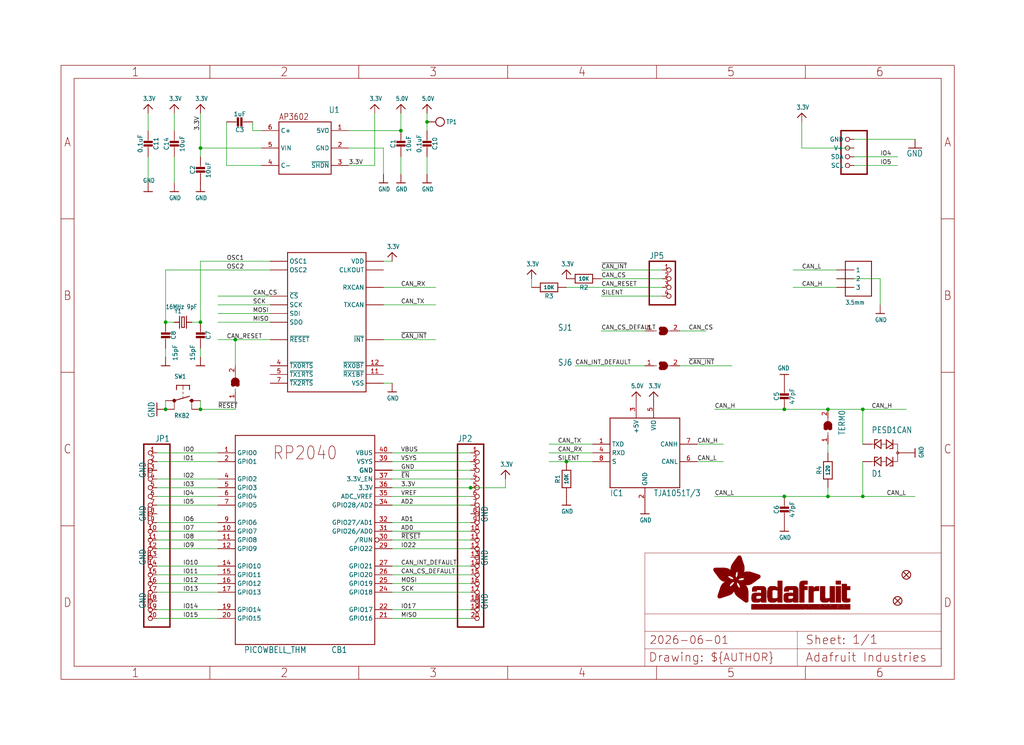
<source format=kicad_sch>
(kicad_sch (version 20230121) (generator eeschema)
  (paper "User" 298.45 217.322)
  (lib_symbols
    (symbol "working-eagle-import:3.3V" (power)
      (property "Value" "3.3V" (at -1.524 1.016 0))
      (symbol "3.3V_1_0"
        (pin power_in line (at 0 -2.54 90) (length 2.54) (name "3.3V") (number "1"))
      )
    )
    (symbol "working-eagle-import:5.0V" (power)
      (property "Value" "5.0V" (at -1.524 1.016 0))
      (symbol "5.0V_1_0"
        (pin power_in line (at 0 -2.54 90) (length 2.54) (name "5.0V") (number "1"))
      )
    )
    (symbol "working-eagle-import:AP3602"
      (property "Reference" "IC" (at -7.62 -10.16 0))
      (symbol "AP3602_1_0"
        (text "AP3602" (at 7.62 10.16 0) (effects (font (size 1.778 1.5113)) (justify right top)))
        (pin power_in line (at -12.7 5.08 0) (length 5.08) (name "5VO") (number "1"))
        (pin power_in line (at -12.7 0 0) (length 5.08) (name "GND") (number "2"))
        (pin input line (at -12.7 -5.08 0) (length 5.08) (name "~{SHDN}") (number "3"))
        (pin bidirectional line (at 12.7 -5.08 180) (length 5.08) (name "C-") (number "4"))
        (pin power_in line (at 12.7 0 180) (length 5.08) (name "VIN") (number "5"))
        (pin bidirectional line (at 12.7 5.08 180) (length 5.08) (name "C+") (number "6"))
      )
    )
    (symbol "working-eagle-import:CAN_TRANSCIEVER_TCAN1051V"
      (property "Reference" "IC" (at -10.16 -12.7 0))
      (symbol "CAN_TRANSCIEVER_TCAN1051V_1_0"
        (pin input line (at -15.24 2.54 0) (length 5.08) (name "TXD") (number "1"))
        (pin power_in line (at 0 -15.24 90) (length 5.08) (name "GND") (number "2"))
        (pin power_in line (at -2.54 15.24 270) (length 5.08) (name "+5V") (number "3"))
        (pin output line (at -15.24 0 0) (length 5.08) (name "RXD") (number "4"))
        (pin power_in line (at 2.54 15.24 270) (length 5.08) (name "VIO") (number "5"))
        (pin bidirectional line (at 15.24 -2.54 180) (length 5.08) (name "CANL") (number "6"))
        (pin bidirectional line (at 15.24 2.54 180) (length 5.08) (name "CANH") (number "7"))
        (pin input line (at -15.24 -2.54 0) (length 5.08) (name "S") (number "8"))
      )
    )
    (symbol "working-eagle-import:CAP_CERAMIC0603_NO"
      (property "Reference" "C" (at -2.29 1.25 90))
      (symbol "CAP_CERAMIC0603_NO_1_0"
        (pin passive line (at 0 5.08 270) (length 2.54) (name "1") (number "1"))
        (pin passive line (at 0 -2.54 90) (length 2.54) (name "2") (number "2"))
      )
    )
    (symbol "working-eagle-import:CAP_CERAMIC0805-NOOUTLINE"
      (property "Reference" "C" (at -2.29 1.25 90))
      (symbol "CAP_CERAMIC0805-NOOUTLINE_1_0"
        (pin passive line (at 0 5.08 270) (length 2.54) (name "1") (number "1"))
        (pin passive line (at 0 -2.54 90) (length 2.54) (name "2") (number "2"))
      )
    )
    (symbol "working-eagle-import:CRYSTAL3.2X2.5"
      (property "Reference" "Y" (at -2.54 2.54 0))
      (symbol "CRYSTAL3.2X2.5_1_0"
        (pin passive line (at -2.54 0 0) (length 0) (name "1") (number "1"))
        (pin passive line (at 2.54 0 180) (length 0) (name "2") (number "2"))
      )
    )
    (symbol "working-eagle-import:FIDUCIAL_1MM")
    (symbol "working-eagle-import:FRAME_A4_ADAFRUIT"
      (symbol "FRAME_A4_ADAFRUIT_1_0"
        (text "${#}/${##}" (at 230.505 10.16 0) (effects (font (size 2.54 2.54)) (justify left bottom)))
        (text "${AUTHOR}" (at 189.23 5.08 0) (effects (font (size 2.286 2.286)) (justify left bottom)))
        (text "${CURRENT_DATE}" (at 171.45 10.16 0) (effects (font (size 2.286 2.286)) (justify left bottom)))
        (text "${PROJECTNAME}" (at 171.45 15.24 0) (effects (font (size 2.54 2.54)) (justify left bottom)))
        (text "1" (at 21.6958 1.905 0) (effects (font (size 2.54 2.286))))
        (text "1" (at 21.6958 177.165 0) (effects (font (size 2.54 2.286))))
        (text "2" (at 65.0875 1.905 0) (effects (font (size 2.54 2.286))))
        (text "2" (at 65.0875 177.165 0) (effects (font (size 2.54 2.286))))
        (text "3" (at 108.4792 1.905 0) (effects (font (size 2.54 2.286))))
        (text "3" (at 108.4792 177.165 0) (effects (font (size 2.54 2.286))))
        (text "4" (at 151.8708 1.905 0) (effects (font (size 2.54 2.286))))
        (text "4" (at 151.8708 177.165 0) (effects (font (size 2.54 2.286))))
        (text "5" (at 195.2625 1.905 0) (effects (font (size 2.54 2.286))))
        (text "5" (at 195.2625 177.165 0) (effects (font (size 2.54 2.286))))
        (text "6" (at 238.6542 1.905 0) (effects (font (size 2.54 2.286))))
        (text "6" (at 238.6542 177.165 0) (effects (font (size 2.54 2.286))))
        (text "A" (at 1.905 156.6863 0) (effects (font (size 2.54 2.286))))
        (text "A" (at 258.445 156.6863 0) (effects (font (size 2.54 2.286))))
        (text "Adafruit Industries" (at 216.916 4.953 0) (effects (font (size 2.54 2.54)) (justify left bottom)))
        (text "B" (at 1.905 111.9188 0) (effects (font (size 2.54 2.286))))
        (text "B" (at 258.445 111.9188 0) (effects (font (size 2.54 2.286))))
        (text "C" (at 1.905 67.1513 0) (effects (font (size 2.54 2.286))))
        (text "C" (at 258.445 67.1513 0) (effects (font (size 2.54 2.286))))
        (text "D" (at 1.905 22.3838 0) (effects (font (size 2.54 2.286))))
        (text "D" (at 258.445 22.3838 0) (effects (font (size 2.54 2.286))))
        (text "Drawing:" (at 171.196 4.953 0) (effects (font (size 2.54 2.54)) (justify left bottom)))
        (text "Sheet:" (at 216.916 10.033 0) (effects (font (size 2.54 2.54)) (justify left bottom)))
      )
    )
    (symbol "working-eagle-import:GND" (power)
      (property "Value" "GND" (at -1.524 -2.54 0))
      (symbol "GND_1_0"
        (pin power_in line (at 0 2.54 270) (length 2.54) (name "GND") (number "1"))
      )
    )
    (symbol "working-eagle-import:HEADER-1X20_70MIL"
      (property "Reference" "JP" (at -6.35 26.035 0))
      (symbol "HEADER-1X20_70MIL_1_0"
        (pin passive inverted (at -2.54 22.86 0) (length 2.54) (name "1") (number "1"))
        (pin passive inverted (at -2.54 0 0) (length 2.54) (name "10") (number "10"))
        (pin passive inverted (at -2.54 -2.54 0) (length 2.54) (name "11") (number "11"))
        (pin passive inverted (at -2.54 -5.08 0) (length 2.54) (name "12") (number "12"))
        (pin passive inverted (at -2.54 -7.62 0) (length 2.54) (name "13") (number "13"))
        (pin passive inverted (at -2.54 -10.16 0) (length 2.54) (name "14") (number "14"))
        (pin passive inverted (at -2.54 -12.7 0) (length 2.54) (name "15") (number "15"))
        (pin passive inverted (at -2.54 -15.24 0) (length 2.54) (name "16") (number "16"))
        (pin passive inverted (at -2.54 -17.78 0) (length 2.54) (name "17") (number "17"))
        (pin passive inverted (at -2.54 -20.32 0) (length 2.54) (name "18") (number "18"))
        (pin passive inverted (at -2.54 -22.86 0) (length 2.54) (name "19") (number "19"))
        (pin passive inverted (at -2.54 20.32 0) (length 2.54) (name "2") (number "2"))
        (pin passive inverted (at -2.54 -25.4 0) (length 2.54) (name "20") (number "20"))
        (pin passive inverted (at -2.54 17.78 0) (length 2.54) (name "3") (number "3"))
        (pin passive inverted (at -2.54 15.24 0) (length 2.54) (name "4") (number "4"))
        (pin passive inverted (at -2.54 12.7 0) (length 2.54) (name "5") (number "5"))
        (pin passive inverted (at -2.54 10.16 0) (length 2.54) (name "6") (number "6"))
        (pin passive inverted (at -2.54 7.62 0) (length 2.54) (name "7") (number "7"))
        (pin passive inverted (at -2.54 5.08 0) (length 2.54) (name "8") (number "8"))
        (pin passive inverted (at -2.54 2.54 0) (length 2.54) (name "9") (number "9"))
      )
    )
    (symbol "working-eagle-import:HEADER-1X4ROUND"
      (property "Reference" "JP" (at -6.35 8.255 0))
      (symbol "HEADER-1X4ROUND_1_0"
        (pin passive inverted (at -2.54 5.08 0) (length 2.54) (name "1") (number "1"))
        (pin passive inverted (at -2.54 2.54 0) (length 2.54) (name "2") (number "2"))
        (pin passive inverted (at -2.54 0 0) (length 2.54) (name "3") (number "3"))
        (pin passive inverted (at -2.54 -2.54 0) (length 2.54) (name "4") (number "4"))
      )
    )
    (symbol "working-eagle-import:MCP2515/ST"
      (symbol "MCP2515/ST_1_0"
        (pin bidirectional line (at 17.78 5.08 180) (length 5.08) (name "TXCAN") (number "1"))
        (pin power_in line (at 17.78 -17.78 180) (length 5.08) (name "VSS") (number "10"))
        (pin bidirectional line (at 17.78 -15.24 180) (length 5.08) (name "~{RX1BF}") (number "11"))
        (pin bidirectional line (at 17.78 -12.7 180) (length 5.08) (name "~{RX0BF}") (number "12"))
        (pin bidirectional line (at 17.78 -5.08 180) (length 5.08) (name "~{INT}") (number "13"))
        (pin input line (at -15.24 5.08 0) (length 5.08) (name "SCK") (number "14"))
        (pin input line (at -15.24 2.54 0) (length 5.08) (name "SDI") (number "16"))
        (pin output line (at -15.24 0 0) (length 5.08) (name "SDO") (number "17"))
        (pin input line (at -15.24 7.62 0) (length 5.08) (name "~{CS}") (number "18"))
        (pin input line (at -15.24 -5.08 0) (length 5.08) (name "~{RESET}") (number "19"))
        (pin bidirectional line (at 17.78 10.16 180) (length 5.08) (name "RXCAN") (number "2"))
        (pin power_in line (at 17.78 17.78 180) (length 5.08) (name "VDD") (number "20"))
        (pin output line (at 17.78 15.24 180) (length 5.08) (name "CLKOUT") (number "3"))
        (pin bidirectional line (at -15.24 -12.7 0) (length 5.08) (name "~{TX0RTS}") (number "4"))
        (pin bidirectional line (at -15.24 -15.24 0) (length 5.08) (name "~{TX1RTS}") (number "5"))
        (pin bidirectional line (at -15.24 -17.78 0) (length 5.08) (name "~{TX2RTS}") (number "7"))
        (pin bidirectional line (at -15.24 15.24 0) (length 5.08) (name "OSC2") (number "8"))
        (pin bidirectional line (at -15.24 17.78 0) (length 5.08) (name "OSC1") (number "9"))
      )
    )
    (symbol "working-eagle-import:PESD1CAN"
      (property "Reference" "D" (at -5.08 5.08 0))
      (symbol "PESD1CAN_1_0"
        (pin passive line (at -7.62 2.54 0) (length 2.54) (name "1") (number "1"))
        (pin passive line (at -7.62 -2.54 0) (length 2.54) (name "2") (number "2"))
        (pin passive line (at 5.08 0 180) (length 2.54) (name "3") (number "3"))
      )
    )
    (symbol "working-eagle-import:PICOWBELL_THM"
      (property "Reference" "CB" (at 7.62 -33.02 0))
      (symbol "PICOWBELL_THM_1_0"
        (text "RP2040" (at 0 25.4 0) (effects (font (size 3.81 3.2385))))
        (pin bidirectional line (at -25.4 25.4 0) (length 5.08) (name "GPIO0") (number "1"))
        (pin bidirectional line (at -25.4 2.54 0) (length 5.08) (name "GPIO7") (number "10"))
        (pin bidirectional line (at -25.4 0 0) (length 5.08) (name "GPIO8") (number "11"))
        (pin bidirectional line (at -25.4 -2.54 0) (length 5.08) (name "GPIO9") (number "12"))
        (pin power_in line (at 25.4 20.32 180) (length 5.08) (name "GND") (number "13"))
        (pin bidirectional line (at -25.4 -7.62 0) (length 5.08) (name "GPIO10") (number "14"))
        (pin bidirectional line (at -25.4 -10.16 0) (length 5.08) (name "GPIO11") (number "15"))
        (pin bidirectional line (at -25.4 -12.7 0) (length 5.08) (name "GPIO12") (number "16"))
        (pin bidirectional line (at -25.4 -15.24 0) (length 5.08) (name "GPIO13") (number "17"))
        (pin power_in line (at 25.4 20.32 180) (length 5.08) (name "GND") (number "18"))
        (pin bidirectional line (at -25.4 -20.32 0) (length 5.08) (name "GPIO14") (number "19"))
        (pin bidirectional line (at -25.4 22.86 0) (length 5.08) (name "GPIO1") (number "2"))
        (pin bidirectional line (at -25.4 -22.86 0) (length 5.08) (name "GPIO15") (number "20"))
        (pin bidirectional line (at 25.4 -22.86 180) (length 5.08) (name "GPIO16") (number "21"))
        (pin bidirectional line (at 25.4 -20.32 180) (length 5.08) (name "GPIO17") (number "22"))
        (pin power_in line (at 25.4 20.32 180) (length 5.08) (name "GND") (number "23"))
        (pin bidirectional line (at 25.4 -15.24 180) (length 5.08) (name "GPIO18") (number "24"))
        (pin bidirectional line (at 25.4 -12.7 180) (length 5.08) (name "GPIO19") (number "25"))
        (pin bidirectional line (at 25.4 -10.16 180) (length 5.08) (name "GPIO20") (number "26"))
        (pin bidirectional line (at 25.4 -7.62 180) (length 5.08) (name "GPIO21") (number "27"))
        (pin power_in line (at 25.4 20.32 180) (length 5.08) (name "GND") (number "28"))
        (pin bidirectional line (at 25.4 -2.54 180) (length 5.08) (name "GPIO22") (number "29"))
        (pin power_in line (at 25.4 20.32 180) (length 5.08) (name "GND") (number "3"))
        (pin bidirectional inverted (at 25.4 0 180) (length 5.08) (name "/RUN") (number "30"))
        (pin bidirectional line (at 25.4 2.54 180) (length 5.08) (name "GPIO26/AD0") (number "31"))
        (pin bidirectional line (at 25.4 5.08 180) (length 5.08) (name "GPIO27/AD1") (number "32"))
        (pin power_in line (at 25.4 20.32 180) (length 5.08) (name "GND") (number "33"))
        (pin bidirectional line (at 25.4 10.16 180) (length 5.08) (name "GPIO28/AD2") (number "34"))
        (pin passive line (at 25.4 12.7 180) (length 5.08) (name "ADC_VREF") (number "35"))
        (pin power_in line (at 25.4 15.24 180) (length 5.08) (name "3.3V") (number "36"))
        (pin passive line (at 25.4 17.78 180) (length 5.08) (name "3.3V_EN") (number "37"))
        (pin power_in line (at 25.4 20.32 180) (length 5.08) (name "GND") (number "38"))
        (pin power_in line (at 25.4 22.86 180) (length 5.08) (name "VSYS") (number "39"))
        (pin bidirectional line (at -25.4 17.78 0) (length 5.08) (name "GPIO2") (number "4"))
        (pin power_in line (at 25.4 25.4 180) (length 5.08) (name "VBUS") (number "40"))
        (pin bidirectional line (at -25.4 15.24 0) (length 5.08) (name "GPIO3") (number "5"))
        (pin bidirectional line (at -25.4 12.7 0) (length 5.08) (name "GPIO4") (number "6"))
        (pin bidirectional line (at -25.4 10.16 0) (length 5.08) (name "GPIO5") (number "7"))
        (pin power_in line (at 25.4 20.32 180) (length 5.08) (name "GND") (number "8"))
        (pin bidirectional line (at -25.4 5.08 0) (length 5.08) (name "GPIO6") (number "9"))
      )
    )
    (symbol "working-eagle-import:RESISTOR_0603_NOOUT"
      (property "Reference" "R" (at 0 2.54 0))
      (symbol "RESISTOR_0603_NOOUT_1_0"
        (pin passive line (at -5.08 0 0) (length 2.54) (name "1") (number "1"))
        (pin passive line (at 5.08 0 180) (length 2.54) (name "2") (number "2"))
      )
    )
    (symbol "working-eagle-import:SOLDERJUMPER_CLOSED"
      (property "Reference" "SJ" (at -2.54 2.54 0))
      (symbol "SOLDERJUMPER_CLOSED_1_0"
        (pin passive line (at -5.08 0 0) (length 2.54) (name "1") (number "1"))
        (pin passive line (at 5.08 0 180) (length 2.54) (name "2") (number "2"))
      )
    )
    (symbol "working-eagle-import:STEMMA_I2C_QT"
      (symbol "STEMMA_I2C_QT_1_0"
        (pin passive inverted (at 0 5.08 0) (length 2.54) (name "GND") (number "1"))
        (pin passive inverted (at 0 2.54 0) (length 2.54) (name "V+") (number "2"))
        (pin passive inverted (at 0 0 0) (length 2.54) (name "SDA") (number "3"))
        (pin passive inverted (at 0 -2.54 0) (length 2.54) (name "SCL") (number "4"))
      )
      (symbol "STEMMA_I2C_QT_2_0"
        (pin bidirectional line (at 0 0 0) (length 5.08) (name "MT") (number "MT1"))
      )
      (symbol "STEMMA_I2C_QT_3_0"
        (pin bidirectional line (at 0 0 0) (length 5.08) (name "MT") (number "MT2"))
      )
    )
    (symbol "working-eagle-import:SWITCH_TACT_SMT_RKB2"
      (property "Reference" "SW" (at -2.54 6.35 0))
      (symbol "SWITCH_TACT_SMT_RKB2_1_0"
        (pin passive line (at -5.08 0 0) (length 2.54) (name "P") (number "A"))
        (pin passive line (at -5.08 -2.54 0) (length 2.54) (name "P1") (number "A'"))
        (pin passive line (at 5.08 0 180) (length 2.54) (name "S") (number "B"))
        (pin passive line (at 5.08 -2.54 180) (length 2.54) (name "S1") (number "B'"))
      )
    )
    (symbol "working-eagle-import:TERMBLOCK_1X3"
      (property "Reference" "X" (at -2.54 7.62 0))
      (symbol "TERMBLOCK_1X3_1_0"
        (pin passive line (at -5.08 2.54 0) (length 5.08) (name "1") (number "1"))
        (pin passive line (at -5.08 0 0) (length 5.08) (name "2") (number "2"))
        (pin passive line (at -5.08 -2.54 0) (length 5.08) (name "3") (number "3"))
      )
    )
    (symbol "working-eagle-import:TESTPOINTROUND1.5MM"
      (property "Reference" "TP" (at 0 5.588 90))
      (symbol "TESTPOINTROUND1.5MM_1_0"
        (pin bidirectional line (at 0 0 90) (length 2.54) (name "P$1") (number "P$1"))
      )
    )
    (symbol "working-eagle-import:adafruit_power_3.3V" (power)
      (property "Value" "adafruit_power_3.3V" (at -1.524 1.016 0))
      (symbol "adafruit_power_3.3V_1_0"
        (pin power_in line (at 0 -2.54 90) (length 2.54) (name "3.3V") (number "1"))
      )
    )
    (symbol "working-eagle-import:supply1_GND" (power)
      (property "Value" "supply1_GND" (at -2.54 -2.54 0))
      (symbol "supply1_GND_1_0"
        (pin power_in line (at 0 2.54 270) (length 2.54) (name "GND") (number "1"))
      )
    )
  )
  (junction (at 116.84 38.1))
  (junction (at 68.58 99.06))
  (junction (at 228.6 119.38))
  (junction (at 251.46 119.38))
  (junction (at 137.16 142.24))
  (junction (at 241.3 119.38))
  (junction (at 58.42 119.38))
  (junction (at 124.46 35.56))
  (junction (at 48.26 93.98))
  (junction (at 165.1 134.62))
  (junction (at 228.6 144.78))
  (junction (at 58.42 43.18))
  (junction (at 58.42 93.98))
  (junction (at 241.3 144.78))
  (junction (at 251.46 144.78))
  (junction (at 48.26 119.38))
  (wire (pts (xy 45.72 142.24) (xy 63.5 142.24)) (stroke (width 0.1524)))
  (wire (pts (xy 48.26 78.74) (xy 48.26 93.98)) (stroke (width 0.1524)))
  (wire (pts (xy 48.26 101.6) (xy 48.26 104.14)) (stroke (width 0.1524)))
  (wire (pts (xy 111.76 43.18) (xy 101.6 43.18)) (stroke (width 0.1524)))
  (wire (pts (xy 154.94 81.28) (xy 154.94 83.82)) (stroke (width 0.1524)))
  (wire (pts (xy 243.84 81.28) (xy 256.54 81.28)) (stroke (width 0.1524)))
  (wire (pts (xy 78.74 99.06) (xy 68.58 99.06)) (stroke (width 0.1524)))
  (wire (pts (xy 68.58 119.38) (xy 68.58 116.84)) (stroke (width 0.1524)))
  (wire (pts (xy 101.6 48.26) (xy 109.22 48.26)) (stroke (width 0.1524)))
  (wire (pts (xy 193.04 83.82) (xy 165.1 83.82)) (stroke (width 0.1524)))
  (wire (pts (xy 213.36 106.68) (xy 198.12 106.68)) (stroke (width 0.1524)))
  (wire (pts (xy 73.66 35.56) (xy 73.66 38.1)) (stroke (width 0.1524)))
  (wire (pts (xy 58.42 93.98) (xy 55.88 93.98)) (stroke (width 0.1524)))
  (wire (pts (xy 45.72 165.1) (xy 63.5 165.1)) (stroke (width 0.1524)))
  (wire (pts (xy 203.2 129.54) (xy 210.82 129.54)) (stroke (width 0.1524)))
  (wire (pts (xy 248.92 40.64) (xy 266.7 40.64)) (stroke (width 0.1524)))
  (wire (pts (xy 198.12 96.52) (xy 205.74 96.52)) (stroke (width 0.1524)))
  (wire (pts (xy 78.74 76.2) (xy 58.42 76.2)) (stroke (width 0.1524)))
  (wire (pts (xy 137.16 147.32) (xy 114.3 147.32)) (stroke (width 0.1524)))
  (wire (pts (xy 137.16 137.16) (xy 114.3 137.16)) (stroke (width 0.1524)))
  (wire (pts (xy 101.6 38.1) (xy 116.84 38.1)) (stroke (width 0.1524)))
  (wire (pts (xy 114.3 76.2) (xy 111.76 76.2)) (stroke (width 0.1524)))
  (wire (pts (xy 109.22 33.02) (xy 109.22 48.26)) (stroke (width 0.1524)))
  (wire (pts (xy 251.46 119.38) (xy 264.16 119.38)) (stroke (width 0.1524)))
  (wire (pts (xy 172.72 132.08) (xy 160.02 132.08)) (stroke (width 0.1524)))
  (wire (pts (xy 248.92 43.18) (xy 233.68 43.18)) (stroke (width 0.1524)))
  (wire (pts (xy 251.46 129.54) (xy 251.46 119.38)) (stroke (width 0.1524)))
  (wire (pts (xy 45.72 139.7) (xy 63.5 139.7)) (stroke (width 0.1524)))
  (wire (pts (xy 45.72 160.02) (xy 63.5 160.02)) (stroke (width 0.1524)))
  (wire (pts (xy 137.16 132.08) (xy 114.3 132.08)) (stroke (width 0.1524)))
  (wire (pts (xy 45.72 180.34) (xy 63.5 180.34)) (stroke (width 0.1524)))
  (wire (pts (xy 48.26 93.98) (xy 50.8 93.98)) (stroke (width 0.1524)))
  (wire (pts (xy 124.46 35.56) (xy 124.46 33.02)) (stroke (width 0.1524)))
  (wire (pts (xy 45.72 152.4) (xy 63.5 152.4)) (stroke (width 0.1524)))
  (wire (pts (xy 45.72 154.94) (xy 63.5 154.94)) (stroke (width 0.1524)))
  (wire (pts (xy 73.66 38.1) (xy 76.2 38.1)) (stroke (width 0.1524)))
  (wire (pts (xy 50.8 45.72) (xy 50.8 53.34)) (stroke (width 0.1524)))
  (wire (pts (xy 256.54 81.28) (xy 256.54 88.9)) (stroke (width 0.1524)))
  (wire (pts (xy 243.84 78.74) (xy 231.14 78.74)) (stroke (width 0.1524)))
  (wire (pts (xy 43.18 53.34) (xy 43.18 45.72)) (stroke (width 0.1524)))
  (wire (pts (xy 48.26 119.38) (xy 48.26 116.84)) (stroke (width 0.1524)))
  (wire (pts (xy 127 99.06) (xy 111.76 99.06)) (stroke (width 0.1524)))
  (wire (pts (xy 50.8 33.02) (xy 50.8 38.1)) (stroke (width 0.1524)))
  (wire (pts (xy 111.76 50.8) (xy 111.76 43.18)) (stroke (width 0.1524)))
  (wire (pts (xy 63.5 91.44) (xy 78.74 91.44)) (stroke (width 0.1524)))
  (wire (pts (xy 124.46 38.1) (xy 124.46 35.56)) (stroke (width 0.1524)))
  (wire (pts (xy 193.04 86.36) (xy 175.26 86.36)) (stroke (width 0.1524)))
  (wire (pts (xy 187.96 106.68) (xy 167.64 106.68)) (stroke (width 0.1524)))
  (wire (pts (xy 137.16 139.7) (xy 114.3 139.7)) (stroke (width 0.1524)))
  (wire (pts (xy 45.72 167.64) (xy 63.5 167.64)) (stroke (width 0.1524)))
  (wire (pts (xy 137.16 142.24) (xy 114.3 142.24)) (stroke (width 0.1524)))
  (wire (pts (xy 63.5 88.9) (xy 78.74 88.9)) (stroke (width 0.1524)))
  (wire (pts (xy 58.42 119.38) (xy 68.58 119.38)) (stroke (width 0.1524)))
  (wire (pts (xy 45.72 170.18) (xy 63.5 170.18)) (stroke (width 0.1524)))
  (wire (pts (xy 228.6 119.38) (xy 241.3 119.38)) (stroke (width 0.1524)))
  (wire (pts (xy 137.16 152.4) (xy 114.3 152.4)) (stroke (width 0.1524)))
  (wire (pts (xy 63.5 86.36) (xy 78.74 86.36)) (stroke (width 0.1524)))
  (wire (pts (xy 165.1 134.62) (xy 160.02 134.62)) (stroke (width 0.1524)))
  (wire (pts (xy 58.42 43.18) (xy 58.42 33.02)) (stroke (width 0.1524)))
  (wire (pts (xy 137.16 142.24) (xy 147.32 142.24)) (stroke (width 0.1524)))
  (wire (pts (xy 248.92 45.72) (xy 261.62 45.72)) (stroke (width 0.1524)))
  (wire (pts (xy 124.46 50.8) (xy 124.46 45.72)) (stroke (width 0.1524)))
  (wire (pts (xy 137.16 134.62) (xy 114.3 134.62)) (stroke (width 0.1524)))
  (wire (pts (xy 68.58 99.06) (xy 63.5 99.06)) (stroke (width 0.1524)))
  (wire (pts (xy 127 88.9) (xy 111.76 88.9)) (stroke (width 0.1524)))
  (wire (pts (xy 243.84 83.82) (xy 231.14 83.82)) (stroke (width 0.1524)))
  (wire (pts (xy 241.3 129.54) (xy 241.3 132.08)) (stroke (width 0.1524)))
  (wire (pts (xy 137.16 165.1) (xy 114.3 165.1)) (stroke (width 0.1524)))
  (wire (pts (xy 63.5 93.98) (xy 78.74 93.98)) (stroke (width 0.1524)))
  (wire (pts (xy 137.16 167.64) (xy 114.3 167.64)) (stroke (width 0.1524)))
  (wire (pts (xy 137.16 160.02) (xy 114.3 160.02)) (stroke (width 0.1524)))
  (wire (pts (xy 233.68 43.18) (xy 233.68 35.56)) (stroke (width 0.1524)))
  (wire (pts (xy 137.16 157.48) (xy 114.3 157.48)) (stroke (width 0.1524)))
  (wire (pts (xy 66.04 48.26) (xy 66.04 35.56)) (stroke (width 0.1524)))
  (wire (pts (xy 45.72 172.72) (xy 63.5 172.72)) (stroke (width 0.1524)))
  (wire (pts (xy 45.72 144.78) (xy 63.5 144.78)) (stroke (width 0.1524)))
  (wire (pts (xy 172.72 129.54) (xy 160.02 129.54)) (stroke (width 0.1524)))
  (wire (pts (xy 137.16 172.72) (xy 114.3 172.72)) (stroke (width 0.1524)))
  (wire (pts (xy 172.72 134.62) (xy 165.1 134.62)) (stroke (width 0.1524)))
  (wire (pts (xy 45.72 132.08) (xy 63.5 132.08)) (stroke (width 0.1524)))
  (wire (pts (xy 137.16 180.34) (xy 114.3 180.34)) (stroke (width 0.1524)))
  (wire (pts (xy 127 83.82) (xy 111.76 83.82)) (stroke (width 0.1524)))
  (wire (pts (xy 76.2 48.26) (xy 66.04 48.26)) (stroke (width 0.1524)))
  (wire (pts (xy 68.58 106.68) (xy 68.58 99.06)) (stroke (width 0.1524)))
  (wire (pts (xy 208.28 144.78) (xy 228.6 144.78)) (stroke (width 0.1524)))
  (wire (pts (xy 45.72 134.62) (xy 63.5 134.62)) (stroke (width 0.1524)))
  (wire (pts (xy 251.46 144.78) (xy 266.7 144.78)) (stroke (width 0.1524)))
  (wire (pts (xy 137.16 154.94) (xy 114.3 154.94)) (stroke (width 0.1524)))
  (wire (pts (xy 203.2 134.62) (xy 210.82 134.62)) (stroke (width 0.1524)))
  (wire (pts (xy 175.26 78.74) (xy 193.04 78.74)) (stroke (width 0.1524)))
  (wire (pts (xy 116.84 45.72) (xy 116.84 50.8)) (stroke (width 0.1524)))
  (wire (pts (xy 45.72 177.8) (xy 63.5 177.8)) (stroke (width 0.1524)))
  (wire (pts (xy 58.42 101.6) (xy 58.42 104.14)) (stroke (width 0.1524)))
  (wire (pts (xy 43.18 38.1) (xy 43.18 33.02)) (stroke (width 0.1524)))
  (wire (pts (xy 251.46 134.62) (xy 251.46 144.78)) (stroke (width 0.1524)))
  (wire (pts (xy 241.3 144.78) (xy 251.46 144.78)) (stroke (width 0.1524)))
  (wire (pts (xy 137.16 170.18) (xy 114.3 170.18)) (stroke (width 0.1524)))
  (wire (pts (xy 45.72 147.32) (xy 63.5 147.32)) (stroke (width 0.1524)))
  (wire (pts (xy 45.72 157.48) (xy 63.5 157.48)) (stroke (width 0.1524)))
  (wire (pts (xy 58.42 43.18) (xy 58.42 45.72)) (stroke (width 0.1524)))
  (wire (pts (xy 78.74 78.74) (xy 48.26 78.74)) (stroke (width 0.1524)))
  (wire (pts (xy 241.3 119.38) (xy 251.46 119.38)) (stroke (width 0.1524)))
  (wire (pts (xy 137.16 177.8) (xy 114.3 177.8)) (stroke (width 0.1524)))
  (wire (pts (xy 208.28 119.38) (xy 228.6 119.38)) (stroke (width 0.1524)))
  (wire (pts (xy 58.42 93.98) (xy 58.42 76.2)) (stroke (width 0.1524)))
  (wire (pts (xy 116.84 38.1) (xy 116.84 33.02)) (stroke (width 0.1524)))
  (wire (pts (xy 58.42 116.84) (xy 58.42 119.38)) (stroke (width 0.1524)))
  (wire (pts (xy 114.3 111.76) (xy 111.76 111.76)) (stroke (width 0.1524)))
  (wire (pts (xy 147.32 142.24) (xy 147.32 139.7)) (stroke (width 0.1524)))
  (wire (pts (xy 76.2 43.18) (xy 58.42 43.18)) (stroke (width 0.1524)))
  (wire (pts (xy 248.92 48.26) (xy 261.62 48.26)) (stroke (width 0.1524)))
  (wire (pts (xy 228.6 144.78) (xy 241.3 144.78)) (stroke (width 0.1524)))
  (wire (pts (xy 241.3 144.78) (xy 241.3 142.24)) (stroke (width 0.1524)))
  (wire (pts (xy 137.16 144.78) (xy 114.3 144.78)) (stroke (width 0.1524)))
  (wire (pts (xy 193.04 81.28) (xy 175.26 81.28)) (stroke (width 0.1524)))
  (wire (pts (xy 187.96 96.52) (xy 175.26 96.52)) (stroke (width 0.1524)))
  (label "MOSI" (at 73.66 91.44 0) (effects (font (size 1.2446 1.2446))))
  (label "~{CAN_INT}" (at 175.26 78.74 0) (effects (font (size 1.2446 1.2446))))
  (label "OSC1" (at 66.04 76.2 0) (effects (font (size 1.2446 1.2446))))
  (label "3.3V" (at 101.6 48.26 0) (effects (font (size 1.2446 1.2446))))
  (label "IO4" (at 256.54 45.72 0) (effects (font (size 1.2446 1.2446))))
  (label "CAN_RX" (at 116.84 83.82 0) (effects (font (size 1.2446 1.2446))))
  (label "GND" (at 116.84 137.16 0) (effects (font (size 1.2446 1.2446))))
  (label "IO0" (at 53.34 132.08 0) (effects (font (size 1.2446 1.2446))))
  (label "AD0" (at 116.84 154.94 0) (effects (font (size 1.2446 1.2446))))
  (label "IO2" (at 53.34 139.7 0) (effects (font (size 1.2446 1.2446))))
  (label "CAN_H" (at 233.68 83.82 0) (effects (font (size 1.2446 1.2446))))
  (label "IO3" (at 53.34 142.24 0) (effects (font (size 1.2446 1.2446))))
  (label "SCK" (at 116.84 172.72 0) (effects (font (size 1.2446 1.2446))))
  (label "CAN_TX" (at 162.56 129.54 0) (effects (font (size 1.2446 1.2446))))
  (label "IO1" (at 53.34 134.62 0) (effects (font (size 1.2446 1.2446))))
  (label "CAN_CS" (at 73.66 86.36 0) (effects (font (size 1.2446 1.2446))))
  (label "CAN_INT_DEFAULT" (at 116.84 165.1 0) (effects (font (size 1.2446 1.2446))))
  (label "IO22" (at 116.84 160.02 0) (effects (font (size 1.2446 1.2446))))
  (label "IO14" (at 53.34 177.8 0) (effects (font (size 1.2446 1.2446))))
  (label "CAN_L" (at 208.28 144.78 0) (effects (font (size 1.2446 1.2446))))
  (label "MISO" (at 73.66 93.98 0) (effects (font (size 1.2446 1.2446))))
  (label "CAN_CS" (at 200.66 96.52 0) (effects (font (size 1.2446 1.2446))))
  (label "IO13" (at 53.34 172.72 0) (effects (font (size 1.2446 1.2446))))
  (label "MOSI" (at 116.84 170.18 0) (effects (font (size 1.2446 1.2446))))
  (label "IO8" (at 53.34 157.48 0) (effects (font (size 1.2446 1.2446))))
  (label "IO15" (at 53.34 180.34 0) (effects (font (size 1.2446 1.2446))))
  (label "IO10" (at 53.34 165.1 0) (effects (font (size 1.2446 1.2446))))
  (label "CAN_L" (at 203.2 134.62 0) (effects (font (size 1.2446 1.2446))))
  (label "SILENT" (at 175.26 86.36 0) (effects (font (size 1.2446 1.2446))))
  (label "AD2" (at 116.84 147.32 0) (effects (font (size 1.2446 1.2446))))
  (label "CAN_L" (at 264.16 144.78 180) (effects (font (size 1.2446 1.2446))))
  (label "~{EN}" (at 116.84 139.7 0) (effects (font (size 1.2446 1.2446))))
  (label "CAN_H" (at 203.2 129.54 0) (effects (font (size 1.2446 1.2446))))
  (label "SCK" (at 73.66 88.9 0) (effects (font (size 1.2446 1.2446))))
  (label "IO12" (at 53.34 170.18 0) (effects (font (size 1.2446 1.2446))))
  (label "CAN_CS" (at 175.26 81.28 0) (effects (font (size 1.2446 1.2446))))
  (label "CAN_L" (at 233.68 78.74 0) (effects (font (size 1.2446 1.2446))))
  (label "IO17" (at 116.84 177.8 0) (effects (font (size 1.2446 1.2446))))
  (label "~{CAN_INT}" (at 116.84 99.06 0) (effects (font (size 1.2446 1.2446))))
  (label "MISO" (at 116.84 180.34 0) (effects (font (size 1.2446 1.2446))))
  (label "IO11" (at 53.34 167.64 0) (effects (font (size 1.2446 1.2446))))
  (label "CAN_INT_DEFAULT" (at 167.64 106.68 0) (effects (font (size 1.2446 1.2446))))
  (label "3.3V" (at 116.84 142.24 0) (effects (font (size 1.2446 1.2446))))
  (label "CAN_CS_DEFAULT" (at 175.26 96.52 0) (effects (font (size 1.2446 1.2446))))
  (label "CAN_RESET" (at 66.04 99.06 0) (effects (font (size 1.2446 1.2446))))
  (label "IO9" (at 53.34 160.02 0) (effects (font (size 1.2446 1.2446))))
  (label "IO5" (at 53.34 147.32 0) (effects (font (size 1.2446 1.2446))))
  (label "~{RESET}" (at 63.5 119.38 0) (effects (font (size 1.2446 1.2446))))
  (label "IO6" (at 53.34 152.4 0) (effects (font (size 1.2446 1.2446))))
  (label "CAN_CS_DEFAULT" (at 116.84 167.64 0) (effects (font (size 1.2446 1.2446))))
  (label "VREF" (at 116.84 144.78 0) (effects (font (size 1.2446 1.2446))))
  (label "CAN_H" (at 254 119.38 0) (effects (font (size 1.2446 1.2446))))
  (label "OSC2" (at 66.04 78.74 0) (effects (font (size 1.2446 1.2446))))
  (label "CAN_TX" (at 116.84 88.9 0) (effects (font (size 1.2446 1.2446))))
  (label "CAN_RESET" (at 175.26 83.82 0) (effects (font (size 1.2446 1.2446))))
  (label "CAN_RX" (at 162.56 132.08 0) (effects (font (size 1.2446 1.2446))))
  (label "AD1" (at 116.84 152.4 0) (effects (font (size 1.2446 1.2446))))
  (label "CAN_H" (at 208.28 119.38 0) (effects (font (size 1.2446 1.2446))))
  (label "IO4" (at 53.34 144.78 0) (effects (font (size 1.2446 1.2446))))
  (label "VBUS" (at 116.84 132.08 0) (effects (font (size 1.2446 1.2446))))
  (label "IO5" (at 256.54 48.26 0) (effects (font (size 1.2446 1.2446))))
  (label "IO7" (at 53.34 154.94 0) (effects (font (size 1.2446 1.2446))))
  (label "VSYS" (at 116.84 134.62 0) (effects (font (size 1.2446 1.2446))))
  (label "3.3V" (at 58.42 38.1 90) (effects (font (size 1.2446 1.2446))))
  (label "SILENT" (at 162.56 134.62 0) (effects (font (size 1.2446 1.2446))))
  (label "~{CAN_INT}" (at 200.66 106.68 0) (effects (font (size 1.2446 1.2446))))
  (label "~{RESET}" (at 116.84 157.48 0) (effects (font (size 1.2446 1.2446))))
  (symbol (lib_id "working-eagle-import:3.3V") (at 154.94 78.74 0) (unit 1)
    (property "Reference" "#U$10" (effects hide))
    (property "Value" "3.3V" (at 153.416 77.724 0) (effects (font (size 1.27 1.0795)) (justify left bottom)))
  )
  (symbol (lib_id "working-eagle-import:SOLDERJUMPER_CLOSED") (at 68.58 111.76 90) (unit 1)
    (property "Reference" "SJ5" (effects hide))
    (property "Value" "SOLDERJUMPER_CLOSED" (effects hide))
    (property "Footprint" "working:SOLDERJUMPER_CLOSEDWIRE" (effects hide))
  )
  (symbol (lib_id "working-eagle-import:5.0V") (at 185.42 114.3 0) (unit 1)
    (property "Reference" "#U$31" (effects hide))
    (property "Value" "5.0V" (at 183.896 113.284 0) (effects (font (size 1.27 1.0795)) (justify left bottom)))
  )
  (symbol (lib_id "working-eagle-import:CRYSTAL3.2X2.5") (at 53.34 93.98 0) (unit 1)
    (property "Reference" "Y1" (at 50.8 91.44 0) (effects (font (size 1.27 1.0795)) (justify left bottom)))
    (property "Value" "16MHz 9pF" (at 48.26 90.17 0) (effects (font (size 1.27 1.0795)) (justify left bottom)))
    (property "Footprint" "working:CRYSTAL_3.2X2.5" (effects hide))
  )
  (symbol (lib_id "working-eagle-import:GND") (at 114.3 114.3 0) (unit 1)
    (property "Reference" "#U$17" (effects hide))
    (property "Value" "GND" (at 112.776 116.84 0) (effects (font (size 1.27 1.0795)) (justify left bottom)))
  )
  (symbol (lib_id "working-eagle-import:CAP_CERAMIC0603_NO") (at 58.42 96.52 180) (unit 1)
    (property "Reference" "C7" (at 60.71 97.77 90))
    (property "Value" "15pF" (at 56.12 102.85 90))
    (property "Footprint" "working:0603-NO" (effects hide))
  )
  (symbol (lib_id "working-eagle-import:GND") (at 58.42 106.68 0) (unit 1)
    (property "Reference" "#U$23" (effects hide))
    (property "Value" "GND" (effects hide))
  )
  (symbol (lib_id "working-eagle-import:MCP2515/ST") (at 93.98 93.98 0) (unit 1)
    (property "Reference" "IC2" (effects hide))
    (property "Value" "MCP2515/ST" (effects hide))
    (property "Footprint" "working:SSOP20" (effects hide))
  )
  (symbol (lib_id "working-eagle-import:3.3V") (at 190.5 114.3 0) (unit 1)
    (property "Reference" "#U$20" (effects hide))
    (property "Value" "3.3V" (at 188.976 113.284 0) (effects (font (size 1.27 1.0795)) (justify left bottom)))
  )
  (symbol (lib_id "working-eagle-import:CAP_CERAMIC0603_NO") (at 228.6 149.86 0) (unit 1)
    (property "Reference" "C6" (at 226.31 148.61 90))
    (property "Value" "47pF" (at 230.9 148.61 90))
    (property "Footprint" "working:0603-NO" (effects hide))
  )
  (symbol (lib_id "working-eagle-import:5.0V") (at 124.46 30.48 0) (unit 1)
    (property "Reference" "#U$18" (effects hide))
    (property "Value" "5.0V" (at 122.936 29.464 0) (effects (font (size 1.27 1.0795)) (justify left bottom)))
  )
  (symbol (lib_id "working-eagle-import:adafruit_power_3.3V") (at 147.32 137.16 0) (unit 1)
    (property "Reference" "#U$4" (effects hide))
    (property "Value" "3.3V" (at 145.796 136.144 0) (effects (font (size 1.27 1.0795)) (justify left bottom)))
  )
  (symbol (lib_id "working-eagle-import:supply1_GND") (at 43.18 175.26 270) (unit 1)
    (property "Reference" "#GND4" (effects hide))
    (property "Value" "GND" (at 40.64 172.72 0) (effects (font (size 1.778 1.5113)) (justify left bottom)))
  )
  (symbol (lib_id "working-eagle-import:CAP_CERAMIC0603_NO") (at 228.6 116.84 0) (unit 1)
    (property "Reference" "C5" (at 226.31 115.59 90))
    (property "Value" "47pF" (at 230.9 115.59 90))
    (property "Footprint" "working:0603-NO" (effects hide))
  )
  (symbol (lib_id "working-eagle-import:3.3V") (at 58.42 30.48 0) (unit 1)
    (property "Reference" "#U$24" (effects hide))
    (property "Value" "3.3V" (at 56.896 29.464 0) (effects (font (size 1.27 1.0795)) (justify left bottom)))
  )
  (symbol (lib_id "working-eagle-import:FRAME_A4_ADAFRUIT") (at 17.78 198.12 0) (unit 1)
    (property "Reference" "#U$1" (effects hide))
    (property "Value" "FRAME_A4_ADAFRUIT" (effects hide))
  )
  (symbol (lib_id "working-eagle-import:supply1_GND") (at 266.7 43.18 0) (unit 1)
    (property "Reference" "#GND9" (effects hide))
    (property "Value" "GND" (at 264.16 45.72 0) (effects (font (size 1.778 1.5113)) (justify left bottom)))
  )
  (symbol (lib_id "working-eagle-import:CAN_TRANSCIEVER_TCAN1051V") (at 187.96 132.08 0) (unit 1)
    (property "Reference" "IC1" (at 177.8 144.78 0) (effects (font (size 1.778 1.5113)) (justify left bottom)))
    (property "Value" "TJA1051T/3" (at 190.5 144.78 0) (effects (font (size 1.778 1.5113)) (justify left bottom)))
    (property "Footprint" "working:SOIC8_150MIL" (effects hide))
  )
  (symbol (lib_id "working-eagle-import:supply1_GND") (at 43.18 149.86 270) (unit 1)
    (property "Reference" "#GND6" (effects hide))
    (property "Value" "GND" (at 40.64 147.32 0) (effects (font (size 1.778 1.5113)) (justify left bottom)))
  )
  (symbol (lib_id "working-eagle-import:RESISTOR_0603_NOOUT") (at 160.02 83.82 180) (unit 1)
    (property "Reference" "R3" (at 160.02 86.36 0))
    (property "Value" "10K" (at 160.02 83.82 0) (effects (font (size 1.016 1.016) bold)))
    (property "Footprint" "working:0603-NO" (effects hide))
  )
  (symbol (lib_id "working-eagle-import:CAP_CERAMIC0603_NO") (at 124.46 40.64 180) (unit 1)
    (property "Reference" "C10" (at 126.75 41.89 90))
    (property "Value" "0.1uF" (at 122.16 41.89 90))
    (property "Footprint" "working:0603-NO" (effects hide))
  )
  (symbol (lib_id "working-eagle-import:GND") (at 111.76 53.34 0) (unit 1)
    (property "Reference" "#U$13" (effects hide))
    (property "Value" "GND" (at 110.236 55.88 0) (effects (font (size 1.27 1.0795)) (justify left bottom)))
  )
  (symbol (lib_id "working-eagle-import:PESD1CAN") (at 259.08 132.08 0) (mirror x) (unit 1)
    (property "Reference" "D1" (at 254 137.16 0) (effects (font (size 1.778 1.5113)) (justify left bottom)))
    (property "Value" "PESD1CAN" (at 254 124.46 0) (effects (font (size 1.778 1.5113)) (justify left bottom)))
    (property "Footprint" "working:SOT23" (effects hide))
  )
  (symbol (lib_id "working-eagle-import:RESISTOR_0603_NOOUT") (at 241.3 137.16 90) (unit 1)
    (property "Reference" "R4" (at 238.76 137.16 0))
    (property "Value" "120" (at 241.3 137.16 0) (effects (font (size 1.016 1.016) bold)))
    (property "Footprint" "working:0603-NO" (effects hide))
  )
  (symbol (lib_id "working-eagle-import:CAP_CERAMIC0603_NO") (at 43.18 40.64 180) (unit 1)
    (property "Reference" "C11" (at 45.47 41.89 90))
    (property "Value" "0.1uF" (at 40.88 41.89 90))
    (property "Footprint" "working:0603-NO" (effects hide))
  )
  (symbol (lib_id "working-eagle-import:GND") (at 116.84 53.34 0) (unit 1)
    (property "Reference" "#U$5" (effects hide))
    (property "Value" "GND" (at 115.316 55.88 0) (effects (font (size 1.27 1.0795)) (justify left bottom)))
  )
  (symbol (lib_id "working-eagle-import:GND") (at 124.46 53.34 0) (unit 1)
    (property "Reference" "#U$9" (effects hide))
    (property "Value" "GND" (at 122.936 55.88 0) (effects (font (size 1.27 1.0795)) (justify left bottom)))
  )
  (symbol (lib_id "working-eagle-import:HEADER-1X4ROUND") (at 195.58 83.82 0) (unit 1)
    (property "Reference" "JP5" (at 189.23 75.565 0) (effects (font (size 1.778 1.5113)) (justify left bottom)))
    (property "Value" "HEADER-1X4ROUND" (effects hide))
    (property "Footprint" "working:1X04_ROUND" (effects hide))
  )
  (symbol (lib_id "working-eagle-import:3.3V") (at 165.1 78.74 0) (unit 1)
    (property "Reference" "#U$33" (effects hide))
    (property "Value" "3.3V" (at 163.576 77.724 0) (effects (font (size 1.27 1.0795)) (justify left bottom)))
  )
  (symbol (lib_id "working-eagle-import:SOLDERJUMPER_CLOSED") (at 241.3 124.46 90) (unit 1)
    (property "Reference" "TERM0" (at 246.38 127 0) (effects (font (size 1.778 1.5113)) (justify left bottom)))
    (property "Value" "SOLDERJUMPER_CLOSED" (effects hide))
    (property "Footprint" "working:SOLDERJUMPER_CLOSEDWIRE" (effects hide))
  )
  (symbol (lib_id "working-eagle-import:HEADER-1X20_70MIL") (at 43.18 154.94 0) (mirror y) (unit 1)
    (property "Reference" "JP1" (at 49.53 128.905 0) (effects (font (size 1.778 1.5113)) (justify left bottom)))
    (property "Value" "HEADER-1X20_70MIL" (effects hide))
    (property "Footprint" "working:1X20_ROUND_70MIL" (effects hide))
  )
  (symbol (lib_id "working-eagle-import:CAP_CERAMIC0805-NOOUTLINE") (at 71.12 35.56 90) (unit 1)
    (property "Reference" "C3" (at 69.87 37.85 90))
    (property "Value" "1uF" (at 69.87 33.26 90))
    (property "Footprint" "working:0805-NO" (effects hide))
  )
  (symbol (lib_id "working-eagle-import:3.3V") (at 50.8 30.48 0) (unit 1)
    (property "Reference" "#U$30" (effects hide))
    (property "Value" "3.3V" (at 49.276 29.464 0) (effects (font (size 1.27 1.0795)) (justify left bottom)))
  )
  (symbol (lib_id "working-eagle-import:3.3V") (at 114.3 73.66 0) (unit 1)
    (property "Reference" "#U$21" (effects hide))
    (property "Value" "3.3V" (at 112.776 72.644 0) (effects (font (size 1.27 1.0795)) (justify left bottom)))
  )
  (symbol (lib_id "working-eagle-import:RESISTOR_0603_NOOUT") (at 170.18 81.28 180) (unit 1)
    (property "Reference" "R2" (at 170.18 83.82 0))
    (property "Value" "10K" (at 170.18 81.28 0) (effects (font (size 1.016 1.016) bold)))
    (property "Footprint" "working:0603-NO" (effects hide))
  )
  (symbol (lib_id "working-eagle-import:GND") (at 58.42 55.88 0) (unit 1)
    (property "Reference" "#U$6" (effects hide))
    (property "Value" "GND" (at 56.896 58.42 0) (effects (font (size 1.27 1.0795)) (justify left bottom)))
  )
  (symbol (lib_id "working-eagle-import:GND") (at 228.6 154.94 0) (unit 1)
    (property "Reference" "#U$27" (effects hide))
    (property "Value" "GND" (at 227.076 157.48 0) (effects (font (size 1.27 1.0795)) (justify left bottom)))
  )
  (symbol (lib_id "working-eagle-import:supply1_GND") (at 139.7 175.26 90) (unit 1)
    (property "Reference" "#GND3" (effects hide))
    (property "Value" "GND" (at 142.24 177.8 0) (effects (font (size 1.778 1.5113)) (justify left bottom)))
  )
  (symbol (lib_id "working-eagle-import:GND") (at 48.26 106.68 0) (unit 1)
    (property "Reference" "#U$26" (effects hide))
    (property "Value" "GND" (effects hide))
  )
  (symbol (lib_id "working-eagle-import:AP3602") (at 88.9 43.18 0) (mirror y) (unit 1)
    (property "Reference" "U1" (at 99.06 33.02 0) (effects (font (size 1.778 1.5113)) (justify left bottom)))
    (property "Value" "AP3602" (effects hide))
    (property "Footprint" "working:SOT23-6" (effects hide))
  )
  (symbol (lib_id "working-eagle-import:SOLDERJUMPER_CLOSED") (at 193.04 96.52 0) (unit 1)
    (property "Reference" "SJ1" (at 162.56 96.52 0) (effects (font (size 1.778 1.5113)) (justify left bottom)))
    (property "Value" "SOLDERJUMPER_CLOSED" (effects hide))
    (property "Footprint" "working:SOLDERJUMPER_CLOSEDWIRE" (effects hide))
  )
  (symbol (lib_id "working-eagle-import:FIDUCIAL_1MM") (at 264.16 167.64 0) (unit 1)
    (property "Reference" "FID1" (effects hide))
    (property "Value" "FIDUCIAL_1MM" (effects hide))
    (property "Footprint" "working:FIDUCIAL_1MM" (effects hide))
  )
  (symbol (lib_id "working-eagle-import:CAP_CERAMIC0805-NOOUTLINE") (at 50.8 43.18 0) (unit 1)
    (property "Reference" "C14" (at 48.51 41.93 90))
    (property "Value" "10uF" (at 53.1 41.93 90))
    (property "Footprint" "working:0805-NO" (effects hide))
  )
  (symbol (lib_id "working-eagle-import:CAP_CERAMIC0805-NOOUTLINE") (at 58.42 50.8 0) (unit 1)
    (property "Reference" "C2" (at 56.13 49.55 90))
    (property "Value" "10uF" (at 60.72 49.55 90))
    (property "Footprint" "working:0805-NO" (effects hide))
  )
  (symbol (lib_id "working-eagle-import:adafruit_power_3.3V") (at 233.68 33.02 0) (unit 1)
    (property "Reference" "#U$3" (effects hide))
    (property "Value" "3.3V" (at 232.156 32.004 0) (effects (font (size 1.27 1.0795)) (justify left bottom)))
  )
  (symbol (lib_id "working-eagle-import:3.3V") (at 109.22 30.48 0) (unit 1)
    (property "Reference" "#U$7" (effects hide))
    (property "Value" "3.3V" (at 107.696 29.464 0) (effects (font (size 1.27 1.0795)) (justify left bottom)))
  )
  (symbol (lib_id "working-eagle-import:FIDUCIAL_1MM") (at 261.62 175.26 0) (unit 1)
    (property "Reference" "FID2" (effects hide))
    (property "Value" "FIDUCIAL_1MM" (effects hide))
    (property "Footprint" "working:FIDUCIAL_1MM" (effects hide))
  )
  (symbol (lib_id "working-eagle-import:SWITCH_TACT_SMT_RKB2") (at 53.34 116.84 0) (unit 1)
    (property "Reference" "SW1" (at 50.8 110.49 0) (effects (font (size 1.27 1.0795)) (justify left bottom)))
    (property "Value" "RKB2" (at 50.8 121.92 0) (effects (font (size 1.27 1.0795)) (justify left bottom)))
    (property "Footprint" "working:BTN_RKB2_4.6X2.8" (effects hide))
  )
  (symbol (lib_id "working-eagle-import:supply1_GND") (at 45.72 119.38 270) (mirror x) (unit 1)
    (property "Reference" "#GND8" (effects hide))
    (property "Value" "GND" (at 43.18 121.92 0) (effects (font (size 1.778 1.5113)) (justify left bottom)))
  )
  (symbol (lib_id "working-eagle-import:PICOWBELL_THM") (at 88.9 157.48 0) (unit 1)
    (property "Reference" "CB1" (at 96.52 190.5 0) (effects (font (size 1.778 1.5113)) (justify left bottom)))
    (property "Value" "PICOWBELL_THM" (at 71.12 190.5 0) (effects (font (size 1.778 1.5113)) (justify left bottom)))
    (property "Footprint" "working:PICOWBELL_THM" (effects hide))
  )
  (symbol (lib_id "working-eagle-import:GND") (at 256.54 91.44 0) (unit 1)
    (property "Reference" "#U$25" (effects hide))
    (property "Value" "GND" (at 255.016 93.98 0) (effects (font (size 1.27 1.0795)) (justify left bottom)))
  )
  (symbol (lib_id "working-eagle-import:supply1_GND") (at 139.7 162.56 90) (unit 1)
    (property "Reference" "#GND2" (effects hide))
    (property "Value" "GND" (at 142.24 165.1 0) (effects (font (size 1.778 1.5113)) (justify left bottom)))
  )
  (symbol (lib_id "working-eagle-import:CAP_CERAMIC0805-NOOUTLINE") (at 116.84 43.18 0) (unit 1)
    (property "Reference" "C1" (at 114.55 41.93 90))
    (property "Value" "10uF" (at 119.14 41.93 90))
    (property "Footprint" "working:0805-NO" (effects hide))
  )
  (symbol (lib_id "working-eagle-import:supply1_GND") (at 139.7 149.86 90) (unit 1)
    (property "Reference" "#GND1" (effects hide))
    (property "Value" "GND" (at 142.24 152.4 0) (effects (font (size 1.778 1.5113)) (justify left bottom)))
  )
  (symbol (lib_id "working-eagle-import:supply1_GND") (at 43.18 162.56 270) (unit 1)
    (property "Reference" "#GND5" (effects hide))
    (property "Value" "GND" (at 40.64 160.02 0) (effects (font (size 1.778 1.5113)) (justify left bottom)))
  )
  (symbol (lib_id "working-eagle-import:5.0V") (at 116.84 30.48 0) (unit 1)
    (property "Reference" "#U$8" (effects hide))
    (property "Value" "5.0V" (at 115.316 29.464 0) (effects (font (size 1.27 1.0795)) (justify left bottom)))
  )
  (symbol (lib_id "working-eagle-import:3.3V") (at 43.18 30.48 0) (unit 1)
    (property "Reference" "#U$29" (effects hide))
    (property "Value" "3.3V" (at 41.656 29.464 0) (effects (font (size 1.27 1.0795)) (justify left bottom)))
  )
  (symbol (lib_id "working-eagle-import:GND") (at 50.8 55.88 0) (unit 1)
    (property "Reference" "#U$16" (effects hide))
    (property "Value" "GND" (at 49.276 58.42 0) (effects (font (size 1.27 1.0795)) (justify left bottom)))
  )
  (symbol (lib_id "working-eagle-import:GND") (at 165.1 147.32 0) (unit 1)
    (property "Reference" "#U$22" (effects hide))
    (property "Value" "GND" (at 163.576 149.86 0) (effects (font (size 1.27 1.0795)) (justify left bottom)))
  )
  (symbol (lib_id "working-eagle-import:HEADER-1X20_70MIL") (at 139.7 154.94 0) (unit 1)
    (property "Reference" "JP2" (at 133.35 128.905 0) (effects (font (size 1.778 1.5113)) (justify left bottom)))
    (property "Value" "HEADER-1X20_70MIL" (effects hide))
    (property "Footprint" "working:1X20_ROUND_70MIL" (effects hide))
  )
  (symbol (lib_id "working-eagle-import:STEMMA_I2C_QT") (at 248.92 45.72 0) (mirror y) (unit 1)
    (property "Reference" "CONN1" (effects hide))
    (property "Value" "STEMMA_I2C_QT" (effects hide))
    (property "Footprint" "working:JST_SH4" (effects hide))
  )
  (symbol (lib_id "working-eagle-import:supply1_GND") (at 43.18 137.16 270) (unit 1)
    (property "Reference" "#GND7" (effects hide))
    (property "Value" "GND" (at 40.64 134.62 0) (effects (font (size 1.778 1.5113)) (justify left bottom)))
  )
  (symbol (lib_id "working-eagle-import:RESISTOR_0603_NOOUT") (at 165.1 139.7 90) (unit 1)
    (property "Reference" "R1" (at 162.56 139.7 0))
    (property "Value" "10K" (at 165.1 139.7 0) (effects (font (size 1.016 1.016) bold)))
    (property "Footprint" "working:0603-NO" (effects hide))
  )
  (symbol (lib_id "working-eagle-import:SOLDERJUMPER_CLOSED") (at 193.04 106.68 0) (unit 1)
    (property "Reference" "SJ6" (at 162.56 106.68 0) (effects (font (size 1.778 1.5113)) (justify left bottom)))
    (property "Value" "SOLDERJUMPER_CLOSED" (effects hide))
    (property "Footprint" "working:SOLDERJUMPER_CLOSEDWIRE" (effects hide))
  )
  (symbol (lib_id "working-eagle-import:GND") (at 266.7 132.08 90) (unit 1)
    (property "Reference" "#U$28" (effects hide))
    (property "Value" "GND" (at 269.24 133.604 0) (effects (font (size 1.27 1.0795)) (justify left bottom)))
  )
  (symbol (lib_id "working-eagle-import:CAP_CERAMIC0603_NO") (at 48.26 96.52 180) (unit 1)
    (property "Reference" "C8" (at 50.55 97.77 90))
    (property "Value" "15pF" (at 51.04 102.85 90))
    (property "Footprint" "working:0603-NO" (effects hide))
  )
  (symbol (lib_id "working-eagle-import:GND") (at 187.96 149.86 0) (unit 1)
    (property "Reference" "#U$32" (effects hide))
    (property "Value" "GND" (at 186.436 152.4 0) (effects (font (size 1.27 1.0795)) (justify left bottom)))
  )
  (symbol (lib_id "working-eagle-import:TERMBLOCK_1X3") (at 248.92 81.28 0) (unit 1)
    (property "Reference" "CAN0" (effects hide))
    (property "Value" "3.5mm" (at 246.38 88.9 0) (effects (font (size 1.27 1.0795)) (justify left bottom)))
    (property "Footprint" "working:TERMBLOCK_1X3-3.5MM" (effects hide))
  )
  (symbol (lib_id "working-eagle-import:TESTPOINTROUND1.5MM") (at 124.46 35.56 270) (unit 1)
    (property "Reference" "TP1" (at 130.048 35.56 90) (effects (font (size 1.27 1.0795)) (justify left)))
    (property "Value" "TESTPOINTROUND1.5MM" (effects hide))
    (property "Footprint" "working:TESTPOINT_ROUND_1.5MM" (effects hide))
  )
  (symbol (lib_id "working-eagle-import:GND") (at 43.18 55.88 0) (unit 1)
    (property "Reference" "#U$14" (effects hide))
    (property "Value" "GND" (at 41.656 53.34 0) (effects (font (size 1.27 1.0795)) (justify left bottom)))
  )
  (symbol (lib_id "working-eagle-import:GND") (at 228.6 109.22 180) (unit 1)
    (property "Reference" "#U$19" (effects hide))
    (property "Value" "GND" (at 230.124 106.68 0) (effects (font (size 1.27 1.0795)) (justify left bottom)))
  )
)
</source>
